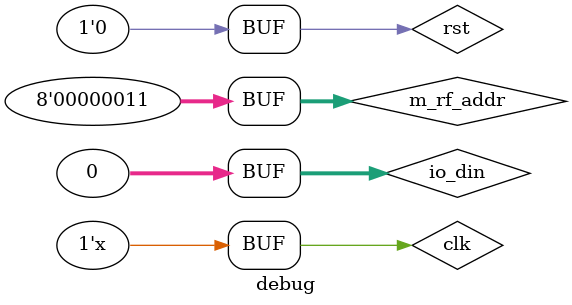
<source format=v>
`timescale 1ns / 1ps


module debug();
reg clk,rst;
//IO_BUS
wire [7:0] io_addr;
wire [31:0] io_dout;
wire io_we;         
reg [31:0] io_din;
//Debug_BUS
reg [7:0] m_rf_addr;
wire [31:0] rf_data;
wire [31:0] m_data;
wire [31:0] pc;

CPU cpu(
.clk(clk),
.rst(rst),
.io_addr(io_addr),
.io_dout(io_dout),
.io_we(io_we),
.io_din(io_din),
.m_rf_addr(m_rf_addr),
.rf_data(rf_data),
.m_data(m_data),
.pc(pc)
);

initial begin
    clk=0;
    rst=0;
    io_din=0;
    m_rf_addr=8'h03;
end

always #5 clk = ~clk;

/*always begin
    #10 m_rf_addr = 
end*/

endmodule

</source>
